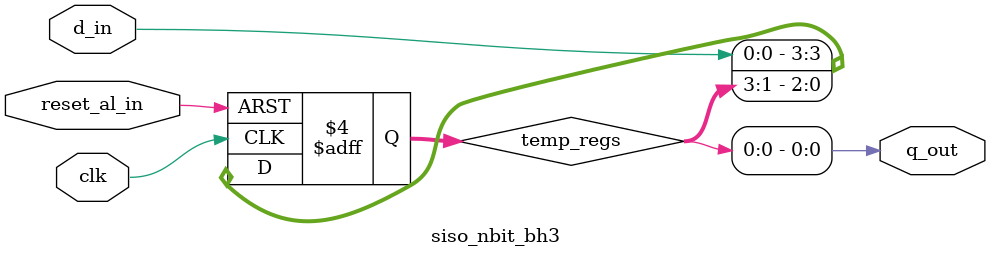
<source format=v>
/* becarefule about the order of execution in the non-blocking assignment too,
the one in between the stars will not work. the synthesis resutls is printed and
clearly shows the design is faulty. but I do not know why!!!, have to finish the book to read
about execution order in next chapter.*/

module siso_nbit_bh3 #(parameter N=4)(d_in, q_out, clk, reset_al_in);

input  clk;
input  reset_al_in;
input  d_in;
output q_out;

reg  [N-1:0] temp_regs;

always@(posedge clk, negedge reset_al_in) begin
	if (~reset_al_in) 
		temp_regs <= 0;
	else begin
	temp_regs <= (temp_regs >> 1);
	temp_regs[N-1] <= d_in;
        /*temp_regs <= (temp_regs >> 1);
	  temp_regs[N-1] <= d_in;*/
	end
end
assign q_out=temp_regs[0];
endmodule


</source>
